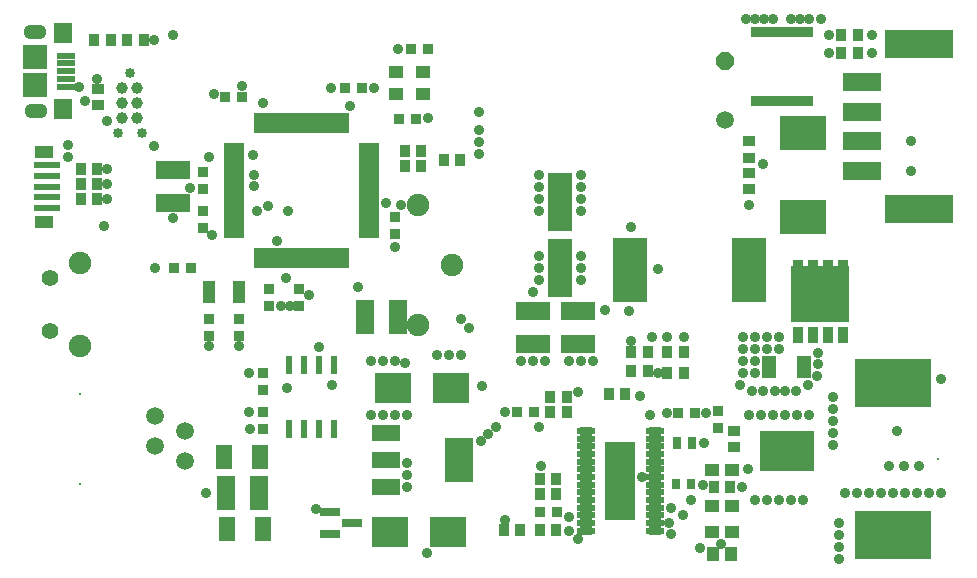
<source format=gts>
G04*
G04 #@! TF.GenerationSoftware,Altium Limited,Altium Designer,21.5.1 (32)*
G04*
G04 Layer_Color=8388736*
%FSLAX25Y25*%
%MOIN*%
G70*
G04*
G04 #@! TF.SameCoordinates,FA076E1F-1FF3-4579-943B-07A78E15B8C1*
G04*
G04*
G04 #@! TF.FilePolarity,Negative*
G04*
G01*
G75*
%ADD21R,0.03772X0.03591*%
%ADD23R,0.02985X0.03197*%
%ADD24R,0.07874X0.19685*%
%ADD28R,0.04560X0.03985*%
%ADD38R,0.05118X0.04134*%
%ADD39R,0.04331X0.07480*%
%ADD40R,0.08583X0.02362*%
%ADD41R,0.06221X0.04173*%
%ADD42R,0.03591X0.03772*%
%ADD44R,0.02362X0.06102*%
%ADD57R,0.07100X0.02000*%
%ADD58R,0.02000X0.07100*%
%ADD59R,0.03162X0.03950*%
%ADD60R,0.21076X0.03556*%
%ADD61O,0.06312X0.02572*%
%ADD62R,0.10249X0.26233*%
%ADD63R,0.05918X0.11430*%
%ADD64R,0.03556X0.04343*%
%ADD65R,0.11824X0.21666*%
%ADD66R,0.04343X0.03556*%
%ADD67R,0.12611X0.06312*%
%ADD68R,0.22847X0.09461*%
%ADD69R,0.03950X0.04737*%
%ADD70R,0.04737X0.07493*%
%ADD71R,0.15800X0.11800*%
%ADD72C,0.03950*%
%ADD73R,0.11430X0.05918*%
%ADD74R,0.05721X0.07887*%
%ADD75R,0.06706X0.03162*%
%ADD76R,0.06200X0.02400*%
%ADD77R,0.06400X0.07100*%
%ADD78R,0.07900X0.07900*%
%ADD79R,0.09500X0.15000*%
%ADD80R,0.09600X0.05600*%
%ADD81R,0.12414X0.10052*%
%ADD82R,0.18123X0.13792*%
%ADD83R,0.25210X0.16154*%
%ADD84R,0.03359X0.05524*%
%ADD85R,0.03556X0.05524*%
%ADD86R,0.19304X0.18517*%
%ADD87C,0.07493*%
%ADD88P,0.06406X8X112.5*%
%ADD89C,0.05918*%
%ADD90C,0.05512*%
%ADD91C,0.07480*%
%ADD92C,0.03347*%
%ADD93C,0.00800*%
G04:AMPARAMS|DCode=94|XSize=43.43mil|YSize=70.99mil|CornerRadius=12.86mil|HoleSize=0mil|Usage=FLASHONLY|Rotation=270.000|XOffset=0mil|YOffset=0mil|HoleType=Round|Shape=RoundedRectangle|*
%AMROUNDEDRECTD94*
21,1,0.04343,0.04528,0,0,270.0*
21,1,0.01772,0.07099,0,0,270.0*
1,1,0.02572,-0.02264,-0.00886*
1,1,0.02572,-0.02264,0.00886*
1,1,0.02572,0.02264,0.00886*
1,1,0.02572,0.02264,-0.00886*
%
%ADD94ROUNDEDRECTD94*%
%ADD95C,0.03600*%
D21*
X52138Y107000D02*
D03*
X57862D02*
D03*
X174138Y25500D02*
D03*
X179862D02*
D03*
X166638Y59000D02*
D03*
X172362D02*
D03*
X136972Y180102D02*
D03*
X131248D02*
D03*
X127311Y156480D02*
D03*
X133035D02*
D03*
X109138Y167000D02*
D03*
X114862D02*
D03*
X74862Y164000D02*
D03*
X69138D02*
D03*
X220138Y58500D02*
D03*
X225862D02*
D03*
D23*
X224468Y35000D02*
D03*
X219531D02*
D03*
D24*
X181000Y107000D02*
D03*
Y129000D02*
D03*
D28*
X238256Y27500D02*
D03*
X231744D02*
D03*
Y39500D02*
D03*
X238256D02*
D03*
Y19000D02*
D03*
X231744D02*
D03*
D38*
X126236Y164945D02*
D03*
X135291D02*
D03*
Y172228D02*
D03*
X126236D02*
D03*
D39*
X64000Y99000D02*
D03*
X73843D02*
D03*
D40*
X10118Y126945D02*
D03*
Y130488D02*
D03*
Y134031D02*
D03*
Y137575D02*
D03*
Y141118D02*
D03*
D41*
X8937Y122417D02*
D03*
Y145646D02*
D03*
D42*
X84000Y94138D02*
D03*
Y99862D02*
D03*
X64000Y89862D02*
D03*
Y84138D02*
D03*
X74000Y89862D02*
D03*
Y84138D02*
D03*
X62000Y138862D02*
D03*
Y133138D02*
D03*
X94000Y99862D02*
D03*
Y94138D02*
D03*
X62000Y125862D02*
D03*
Y120138D02*
D03*
X126000Y123862D02*
D03*
Y118138D02*
D03*
X82000Y58862D02*
D03*
Y53138D02*
D03*
Y71862D02*
D03*
Y66138D02*
D03*
X233500Y53638D02*
D03*
Y59362D02*
D03*
D44*
X105500Y53370D02*
D03*
X100500D02*
D03*
X95500D02*
D03*
X90500D02*
D03*
Y74630D02*
D03*
X95500D02*
D03*
X100500D02*
D03*
X105500D02*
D03*
D57*
X72299Y118095D02*
D03*
Y120063D02*
D03*
Y122031D02*
D03*
Y124000D02*
D03*
Y125969D02*
D03*
Y127937D02*
D03*
Y129905D02*
D03*
Y131874D02*
D03*
Y133858D02*
D03*
Y135858D02*
D03*
Y137858D02*
D03*
Y139758D02*
D03*
Y141758D02*
D03*
Y143758D02*
D03*
Y145658D02*
D03*
Y147658D02*
D03*
X117240D02*
D03*
Y145658D02*
D03*
Y143758D02*
D03*
Y141758D02*
D03*
Y139758D02*
D03*
Y137858D02*
D03*
Y135858D02*
D03*
Y133858D02*
D03*
Y131874D02*
D03*
Y129905D02*
D03*
Y127937D02*
D03*
Y125969D02*
D03*
Y124000D02*
D03*
Y122031D02*
D03*
Y120063D02*
D03*
Y118095D02*
D03*
D58*
X79976Y155358D02*
D03*
X81945D02*
D03*
X83913D02*
D03*
X85882D02*
D03*
X87850D02*
D03*
X89819D02*
D03*
X91787D02*
D03*
X93756D02*
D03*
X95740D02*
D03*
X97740D02*
D03*
X99740D02*
D03*
X101640D02*
D03*
X103640D02*
D03*
X105640D02*
D03*
X107540D02*
D03*
X109540D02*
D03*
Y110417D02*
D03*
X107540D02*
D03*
X105640D02*
D03*
X103640D02*
D03*
X101640D02*
D03*
X99740D02*
D03*
X97740D02*
D03*
X95740D02*
D03*
X93756D02*
D03*
X91787D02*
D03*
X89819D02*
D03*
X87850D02*
D03*
X85882D02*
D03*
X83913D02*
D03*
X81945D02*
D03*
X79976D02*
D03*
D59*
X219941Y48500D02*
D03*
X225059D02*
D03*
D60*
X255000Y185516D02*
D03*
Y162484D02*
D03*
D61*
X189500Y52618D02*
D03*
Y50059D02*
D03*
Y47500D02*
D03*
Y44941D02*
D03*
Y42382D02*
D03*
Y39823D02*
D03*
Y37264D02*
D03*
Y34705D02*
D03*
Y32146D02*
D03*
Y29587D02*
D03*
Y27028D02*
D03*
Y24468D02*
D03*
Y21910D02*
D03*
Y19350D02*
D03*
X212728Y52618D02*
D03*
Y50059D02*
D03*
Y47500D02*
D03*
Y44941D02*
D03*
Y42382D02*
D03*
Y39823D02*
D03*
Y37264D02*
D03*
Y34705D02*
D03*
Y32146D02*
D03*
Y29587D02*
D03*
Y27028D02*
D03*
Y24468D02*
D03*
Y21910D02*
D03*
Y19350D02*
D03*
D62*
X201114Y35984D02*
D03*
D63*
X127012Y90500D02*
D03*
X115988D02*
D03*
X80512Y32000D02*
D03*
X69488D02*
D03*
D64*
X222256Y79000D02*
D03*
X216744D02*
D03*
X162244Y19500D02*
D03*
X167756D02*
D03*
X204744Y79000D02*
D03*
X210256D02*
D03*
X204744Y72500D02*
D03*
X210256D02*
D03*
X222256Y72000D02*
D03*
X216744D02*
D03*
X31256Y183000D02*
D03*
X25744D02*
D03*
X42256D02*
D03*
X36744D02*
D03*
X174244Y31500D02*
D03*
X179756D02*
D03*
X232244Y34000D02*
D03*
X237756D02*
D03*
X134756Y141000D02*
D03*
X129244D02*
D03*
X197244Y65000D02*
D03*
X202756D02*
D03*
X147756Y143000D02*
D03*
X142244D02*
D03*
X134756Y146000D02*
D03*
X129244D02*
D03*
X177744Y64000D02*
D03*
X183256D02*
D03*
X183256Y59000D02*
D03*
X177744D02*
D03*
X174244Y19500D02*
D03*
X179756D02*
D03*
X174244Y36500D02*
D03*
X179756D02*
D03*
X274744Y184500D02*
D03*
X280256D02*
D03*
X274744Y178500D02*
D03*
X280256D02*
D03*
X26756Y130000D02*
D03*
X21244D02*
D03*
X26756Y135000D02*
D03*
X21244D02*
D03*
X26756Y140000D02*
D03*
X21244D02*
D03*
D65*
X204331Y106299D02*
D03*
X244094D02*
D03*
D66*
X244000Y133244D02*
D03*
Y138756D02*
D03*
Y143744D02*
D03*
Y149256D02*
D03*
X239000Y47244D02*
D03*
Y52756D02*
D03*
X27000Y166756D02*
D03*
Y161244D02*
D03*
D67*
X281693Y168898D02*
D03*
Y159055D02*
D03*
Y149213D02*
D03*
Y139370D02*
D03*
D68*
X300787Y181496D02*
D03*
Y126772D02*
D03*
D69*
X237953Y11500D02*
D03*
X232047D02*
D03*
D70*
X250791Y74000D02*
D03*
X262209D02*
D03*
D71*
X262000Y123951D02*
D03*
Y152049D02*
D03*
D72*
X40000Y162000D02*
D03*
X35000Y157000D02*
D03*
Y162000D02*
D03*
X40000Y167000D02*
D03*
X35000D02*
D03*
X40000Y157000D02*
D03*
X198949Y46811D02*
D03*
X203279D02*
D03*
X198949Y42480D02*
D03*
X203279D02*
D03*
X198949Y38150D02*
D03*
X203279D02*
D03*
X198949Y33819D02*
D03*
X203279D02*
D03*
X198949Y29488D02*
D03*
X203279D02*
D03*
X198949Y25157D02*
D03*
X203279D02*
D03*
D73*
X52000Y128488D02*
D03*
Y139512D02*
D03*
X187000Y81488D02*
D03*
Y92512D02*
D03*
X172000Y81488D02*
D03*
Y92512D02*
D03*
D74*
X82004Y20000D02*
D03*
X69996D02*
D03*
X68996Y44000D02*
D03*
X81004D02*
D03*
D75*
X104260Y25740D02*
D03*
Y18260D02*
D03*
X111740Y22000D02*
D03*
D76*
X16433Y172600D02*
D03*
Y170000D02*
D03*
Y175159D02*
D03*
Y177718D02*
D03*
Y167400D02*
D03*
D77*
X15449Y160000D02*
D03*
Y185198D02*
D03*
D78*
X6000Y177128D02*
D03*
Y168000D02*
D03*
D79*
X147300Y43000D02*
D03*
D80*
X122800Y33900D02*
D03*
Y43000D02*
D03*
Y52100D02*
D03*
D81*
X143744Y19000D02*
D03*
X124256D02*
D03*
X125256Y67000D02*
D03*
X144744D02*
D03*
D82*
X256693Y46063D02*
D03*
D83*
X292126Y68701D02*
D03*
Y17913D02*
D03*
D84*
X260236Y84646D02*
D03*
X265236D02*
D03*
X270236D02*
D03*
X275236D02*
D03*
D85*
X260236Y106890D02*
D03*
X265236D02*
D03*
X270236D02*
D03*
X275236D02*
D03*
D86*
X267717Y98425D02*
D03*
D87*
X133622Y88000D02*
D03*
Y128000D02*
D03*
X145000Y108000D02*
D03*
D88*
X236000Y175842D02*
D03*
D89*
Y156158D02*
D03*
X56000Y42500D02*
D03*
X46000Y47500D02*
D03*
X56000Y52500D02*
D03*
X46000Y57500D02*
D03*
D90*
X11000Y86000D02*
D03*
Y103717D02*
D03*
D91*
X20803Y81059D02*
D03*
Y108658D02*
D03*
D92*
X37500Y172000D02*
D03*
X41500Y152000D02*
D03*
X33500D02*
D03*
D93*
X21000Y35000D02*
D03*
Y65000D02*
D03*
X307087Y43307D02*
D03*
D94*
X6000Y185592D02*
D03*
X6197Y159400D02*
D03*
D95*
X46000Y107000D02*
D03*
X65000Y118000D02*
D03*
X168000Y76000D02*
D03*
X196000Y93000D02*
D03*
X172000Y99000D02*
D03*
X129318Y75318D02*
D03*
X126000Y114000D02*
D03*
X128000Y128000D02*
D03*
X122937Y128469D02*
D03*
X248602Y141500D02*
D03*
X244000Y128000D02*
D03*
X243000Y190000D02*
D03*
X246000D02*
D03*
X249000D02*
D03*
X252000D02*
D03*
X268000D02*
D03*
X264000D02*
D03*
X261000D02*
D03*
X258000D02*
D03*
X153900Y145000D02*
D03*
Y149000D02*
D03*
Y159000D02*
D03*
Y153000D02*
D03*
X148000Y90000D02*
D03*
X211000Y58000D02*
D03*
X208454Y37214D02*
D03*
X211500Y84013D02*
D03*
X174500Y41000D02*
D03*
X204500Y82500D02*
D03*
X187000Y65656D02*
D03*
X192000Y76000D02*
D03*
X207732Y64268D02*
D03*
X174000Y54000D02*
D03*
X217888Y18201D02*
D03*
X216500Y58500D02*
D03*
X218100Y27028D02*
D03*
X90000Y67000D02*
D03*
X105000Y68000D02*
D03*
X187000Y16487D02*
D03*
X184000Y24000D02*
D03*
Y19276D02*
D03*
X174000Y126000D02*
D03*
Y130000D02*
D03*
Y134000D02*
D03*
X157096Y51596D02*
D03*
X217455Y21955D02*
D03*
X222000Y24500D02*
D03*
X224500Y29500D02*
D03*
X154692Y49192D02*
D03*
X159500Y54000D02*
D03*
X267000Y78500D02*
D03*
X266500Y71000D02*
D03*
X263500Y68000D02*
D03*
X259500Y66000D02*
D03*
X227487Y13500D02*
D03*
X234527Y15072D02*
D03*
X241000Y68000D02*
D03*
X229500Y58500D02*
D03*
X293298Y52702D02*
D03*
X285000Y184500D02*
D03*
Y178500D02*
D03*
X45756Y183000D02*
D03*
X148000Y78000D02*
D03*
X150500Y87000D02*
D03*
X162500Y59000D02*
D03*
X174000Y103000D02*
D03*
X90328Y125828D02*
D03*
X86500Y116000D02*
D03*
X89714Y103715D02*
D03*
X97362Y98000D02*
D03*
X213634Y72000D02*
D03*
X222378Y83878D02*
D03*
X216675Y83825D02*
D03*
X267000Y75000D02*
D03*
X243500Y40000D02*
D03*
X245000Y66000D02*
D03*
X248500D02*
D03*
X252500D02*
D03*
X256000D02*
D03*
X244007Y57993D02*
D03*
X229000Y48500D02*
D03*
X228500Y34500D02*
D03*
X162500Y23000D02*
D03*
X241547Y34000D02*
D03*
X65518Y165018D02*
D03*
X52000Y184500D02*
D03*
X78732Y144732D02*
D03*
X270500Y178500D02*
D03*
Y184500D02*
D03*
X174000Y107000D02*
D03*
X276000Y32000D02*
D03*
X280000D02*
D03*
X155000Y67500D02*
D03*
X298000Y139370D02*
D03*
Y149213D02*
D03*
X174000Y111000D02*
D03*
X204000Y92500D02*
D03*
X204500Y120500D02*
D03*
X188000Y111000D02*
D03*
X213500Y106500D02*
D03*
X188000Y103000D02*
D03*
X272000Y48000D02*
D03*
Y52000D02*
D03*
Y56000D02*
D03*
X308000Y32000D02*
D03*
X304000D02*
D03*
X300000D02*
D03*
X296000D02*
D03*
X292000D02*
D03*
X288000D02*
D03*
X284000D02*
D03*
X300500Y41000D02*
D03*
X295500D02*
D03*
X290500D02*
D03*
X144000Y78000D02*
D03*
X130000Y58000D02*
D03*
X126000D02*
D03*
X122000D02*
D03*
X118000D02*
D03*
X126000Y76000D02*
D03*
X122000D02*
D03*
X118000D02*
D03*
X140000Y78000D02*
D03*
X130000Y34000D02*
D03*
Y38000D02*
D03*
Y42000D02*
D03*
X242000Y84000D02*
D03*
Y72000D02*
D03*
Y76000D02*
D03*
Y80000D02*
D03*
X246000Y84000D02*
D03*
X250000D02*
D03*
X254000D02*
D03*
Y80000D02*
D03*
X250000D02*
D03*
X246000D02*
D03*
Y72000D02*
D03*
Y76000D02*
D03*
X250000Y29650D02*
D03*
X262000D02*
D03*
X254000D02*
D03*
X246000D02*
D03*
X258000D02*
D03*
X188000Y76000D02*
D03*
X184000D02*
D03*
X176000D02*
D03*
X172000D02*
D03*
X188000Y126000D02*
D03*
Y130000D02*
D03*
Y134000D02*
D03*
Y138000D02*
D03*
X174000D02*
D03*
X188000Y107000D02*
D03*
X308000Y70000D02*
D03*
X274000Y22000D02*
D03*
Y10000D02*
D03*
Y14000D02*
D03*
X272000Y60000D02*
D03*
Y64000D02*
D03*
X274000Y18000D02*
D03*
X264000Y58000D02*
D03*
X260000D02*
D03*
X256000D02*
D03*
X252000D02*
D03*
X248000D02*
D03*
X136744Y12000D02*
D03*
X83617Y127774D02*
D03*
X113500Y100500D02*
D03*
X99528Y26528D02*
D03*
X77138Y71862D02*
D03*
X77362Y58862D02*
D03*
X77638Y53138D02*
D03*
X63000Y32000D02*
D03*
X100500Y80500D02*
D03*
X52000Y123500D02*
D03*
X45500Y147500D02*
D03*
X30000Y156000D02*
D03*
X57518Y133518D02*
D03*
X22500Y162500D02*
D03*
X26482Y170018D02*
D03*
X64000Y144000D02*
D03*
X78929Y134374D02*
D03*
X104500Y167000D02*
D03*
X111015Y160987D02*
D03*
X74862Y167638D02*
D03*
X64000Y81000D02*
D03*
X74000D02*
D03*
X90862Y94138D02*
D03*
X87862D02*
D03*
X137000Y157000D02*
D03*
X79000Y138000D02*
D03*
X81945Y161945D02*
D03*
X119000Y167000D02*
D03*
X127000Y180000D02*
D03*
X80102Y126102D02*
D03*
X29000Y121000D02*
D03*
X30000Y140000D02*
D03*
Y135000D02*
D03*
Y130000D02*
D03*
X20600Y167400D02*
D03*
X17000Y144000D02*
D03*
Y148000D02*
D03*
M02*

</source>
